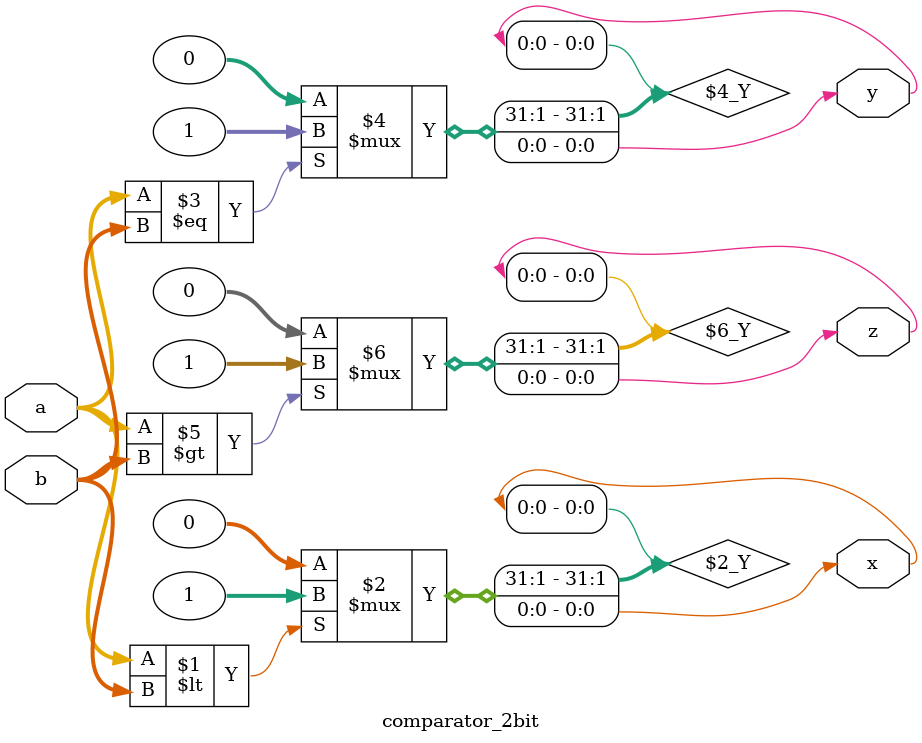
<source format=v>
module comparator_2bit(a,b,x,y,z);
input [0:1]a;
input [0:1]b;
output x,y,z;
assign x=(a<b)?1:0;
assign y=(a==b)?1:0;
assign z=(a>b)?1:0;

endmodule

</source>
